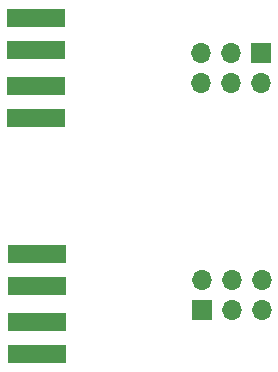
<source format=gbr>
%TF.GenerationSoftware,KiCad,Pcbnew,7.0.7*%
%TF.CreationDate,2023-10-21T18:00:55-07:00*%
%TF.ProjectId,DC32_Cnet_Badge_SAO,44433332-5f43-46e6-9574-5f4261646765,rev?*%
%TF.SameCoordinates,Original*%
%TF.FileFunction,Soldermask,Top*%
%TF.FilePolarity,Negative*%
%FSLAX46Y46*%
G04 Gerber Fmt 4.6, Leading zero omitted, Abs format (unit mm)*
G04 Created by KiCad (PCBNEW 7.0.7) date 2023-10-21 18:00:55*
%MOMM*%
%LPD*%
G01*
G04 APERTURE LIST*
%ADD10R,5.000000X1.500000*%
%ADD11R,1.700000X1.700000*%
%ADD12O,1.700000X1.700000*%
G04 APERTURE END LIST*
D10*
%TO.C,U2*%
X149540000Y-90500000D03*
X149540000Y-93250000D03*
X149540000Y-96250000D03*
X149540000Y-99000000D03*
%TD*%
%TO.C,U1*%
X149460000Y-79000000D03*
X149460000Y-76250000D03*
X149460000Y-73250000D03*
X149460000Y-70500000D03*
%TD*%
D11*
%TO.C,J2*%
X163475000Y-95290000D03*
D12*
X163475000Y-92750000D03*
X166015000Y-95290000D03*
X166015000Y-92750000D03*
X168555000Y-95290000D03*
X168555000Y-92750000D03*
%TD*%
D11*
%TO.C,J1*%
X168525000Y-73460000D03*
D12*
X168525000Y-76000000D03*
X165985000Y-73460000D03*
X165985000Y-76000000D03*
X163445000Y-73460000D03*
X163445000Y-76000000D03*
%TD*%
M02*

</source>
